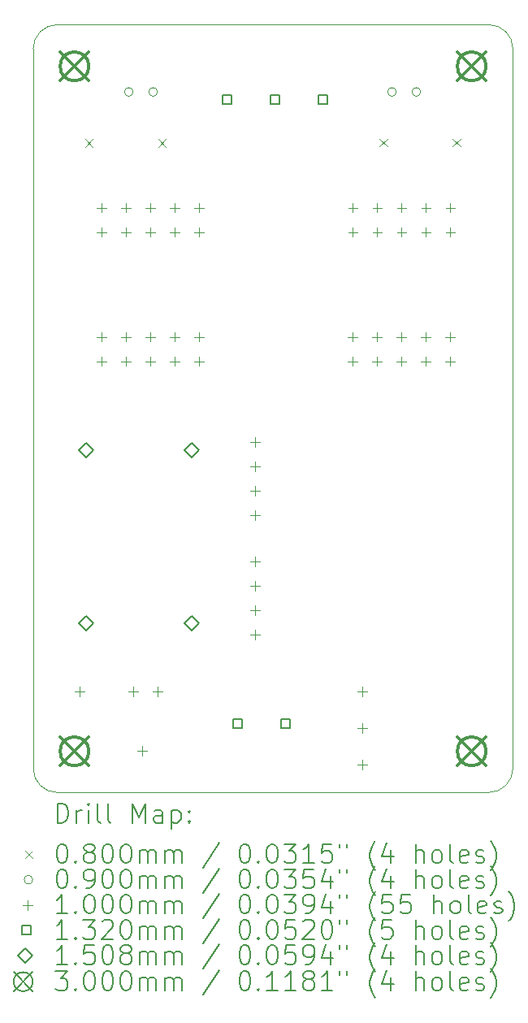
<source format=gbr>
%TF.GenerationSoftware,KiCad,Pcbnew,(6.0.8-1)-1*%
%TF.CreationDate,2023-01-21T16:38:30+01:00*%
%TF.ProjectId,hog-f1-stupdown-psu,686f672d-6631-42d7-9374-7570646f776e,rev?*%
%TF.SameCoordinates,Original*%
%TF.FileFunction,Drillmap*%
%TF.FilePolarity,Positive*%
%FSLAX45Y45*%
G04 Gerber Fmt 4.5, Leading zero omitted, Abs format (unit mm)*
G04 Created by KiCad (PCBNEW (6.0.8-1)-1) date 2023-01-21 16:38:30*
%MOMM*%
%LPD*%
G01*
G04 APERTURE LIST*
%ADD10C,0.100000*%
%ADD11C,0.200000*%
%ADD12C,0.080000*%
%ADD13C,0.090000*%
%ADD14C,0.132000*%
%ADD15C,0.150800*%
%ADD16C,0.300000*%
G04 APERTURE END LIST*
D10*
X12500000Y-14250000D02*
X17000000Y-14250000D01*
X12250000Y-6500000D02*
X12250000Y-14000000D01*
X12250000Y-14000000D02*
G75*
G03*
X12500000Y-14250000I250000J0D01*
G01*
X17000000Y-14250000D02*
G75*
G03*
X17250000Y-14000000I0J250000D01*
G01*
X17250000Y-6500000D02*
G75*
G03*
X17000000Y-6250000I-250000J0D01*
G01*
X12500000Y-6250000D02*
X17000000Y-6250000D01*
X17250000Y-14000000D02*
X17250000Y-6500000D01*
X12500000Y-6250000D02*
G75*
G03*
X12250000Y-6500000I0J-250000D01*
G01*
D11*
D12*
X12792400Y-7443800D02*
X12872400Y-7523800D01*
X12872400Y-7443800D02*
X12792400Y-7523800D01*
X13554400Y-7443800D02*
X13634400Y-7523800D01*
X13634400Y-7443800D02*
X13554400Y-7523800D01*
X15860400Y-7440300D02*
X15940400Y-7520300D01*
X15940400Y-7440300D02*
X15860400Y-7520300D01*
X16622400Y-7440300D02*
X16702400Y-7520300D01*
X16702400Y-7440300D02*
X16622400Y-7520300D01*
D13*
X13291100Y-6950400D02*
G75*
G03*
X13291100Y-6950400I-45000J0D01*
G01*
X13545100Y-6950400D02*
G75*
G03*
X13545100Y-6950400I-45000J0D01*
G01*
X16033800Y-6950400D02*
G75*
G03*
X16033800Y-6950400I-45000J0D01*
G01*
X16287800Y-6950400D02*
G75*
G03*
X16287800Y-6950400I-45000J0D01*
G01*
D10*
X12730800Y-13148800D02*
X12730800Y-13248800D01*
X12680800Y-13198800D02*
X12780800Y-13198800D01*
X12959400Y-8106459D02*
X12959400Y-8206459D01*
X12909400Y-8156459D02*
X13009400Y-8156459D01*
X12959400Y-8360459D02*
X12959400Y-8460459D01*
X12909400Y-8410459D02*
X13009400Y-8410459D01*
X12959400Y-9452659D02*
X12959400Y-9552659D01*
X12909400Y-9502659D02*
X13009400Y-9502659D01*
X12959400Y-9706659D02*
X12959400Y-9806659D01*
X12909400Y-9756659D02*
X13009400Y-9756659D01*
X13213400Y-8106459D02*
X13213400Y-8206459D01*
X13163400Y-8156459D02*
X13263400Y-8156459D01*
X13213400Y-8360459D02*
X13213400Y-8460459D01*
X13163400Y-8410459D02*
X13263400Y-8410459D01*
X13213400Y-9452659D02*
X13213400Y-9552659D01*
X13163400Y-9502659D02*
X13263400Y-9502659D01*
X13213400Y-9706659D02*
X13213400Y-9806659D01*
X13163400Y-9756659D02*
X13263400Y-9756659D01*
X13289600Y-13148800D02*
X13289600Y-13248800D01*
X13239600Y-13198800D02*
X13339600Y-13198800D01*
X13385800Y-13767600D02*
X13385800Y-13867600D01*
X13335800Y-13817600D02*
X13435800Y-13817600D01*
X13467400Y-8106459D02*
X13467400Y-8206459D01*
X13417400Y-8156459D02*
X13517400Y-8156459D01*
X13467400Y-8360459D02*
X13467400Y-8460459D01*
X13417400Y-8410459D02*
X13517400Y-8410459D01*
X13467400Y-9452659D02*
X13467400Y-9552659D01*
X13417400Y-9502659D02*
X13517400Y-9502659D01*
X13467400Y-9706659D02*
X13467400Y-9806659D01*
X13417400Y-9756659D02*
X13517400Y-9756659D01*
X13543600Y-13148800D02*
X13543600Y-13248800D01*
X13493600Y-13198800D02*
X13593600Y-13198800D01*
X13721400Y-8106459D02*
X13721400Y-8206459D01*
X13671400Y-8156459D02*
X13771400Y-8156459D01*
X13721400Y-8360459D02*
X13721400Y-8460459D01*
X13671400Y-8410459D02*
X13771400Y-8410459D01*
X13721400Y-9452659D02*
X13721400Y-9552659D01*
X13671400Y-9502659D02*
X13771400Y-9502659D01*
X13721400Y-9706659D02*
X13721400Y-9806659D01*
X13671400Y-9756659D02*
X13771400Y-9756659D01*
X13975400Y-8106459D02*
X13975400Y-8206459D01*
X13925400Y-8156459D02*
X14025400Y-8156459D01*
X13975400Y-8360459D02*
X13975400Y-8460459D01*
X13925400Y-8410459D02*
X14025400Y-8410459D01*
X13975400Y-9452659D02*
X13975400Y-9552659D01*
X13925400Y-9502659D02*
X14025400Y-9502659D01*
X13975400Y-9706659D02*
X13975400Y-9806659D01*
X13925400Y-9756659D02*
X14025400Y-9756659D01*
X14559600Y-10545809D02*
X14559600Y-10645809D01*
X14509600Y-10595809D02*
X14609600Y-10595809D01*
X14559600Y-10799809D02*
X14559600Y-10899809D01*
X14509600Y-10849809D02*
X14609600Y-10849809D01*
X14559600Y-11053809D02*
X14559600Y-11153809D01*
X14509600Y-11103809D02*
X14609600Y-11103809D01*
X14559600Y-11307809D02*
X14559600Y-11407809D01*
X14509600Y-11357809D02*
X14609600Y-11357809D01*
X14559600Y-11790409D02*
X14559600Y-11890409D01*
X14509600Y-11840409D02*
X14609600Y-11840409D01*
X14559600Y-12044409D02*
X14559600Y-12144409D01*
X14509600Y-12094409D02*
X14609600Y-12094409D01*
X14559600Y-12298409D02*
X14559600Y-12398409D01*
X14509600Y-12348409D02*
X14609600Y-12348409D01*
X14559600Y-12552409D02*
X14559600Y-12652409D01*
X14509600Y-12602409D02*
X14609600Y-12602409D01*
X15575600Y-9452659D02*
X15575600Y-9552659D01*
X15525600Y-9502659D02*
X15625600Y-9502659D01*
X15575600Y-9706659D02*
X15575600Y-9806659D01*
X15525600Y-9756659D02*
X15625600Y-9756659D01*
X15582022Y-8106459D02*
X15582022Y-8206459D01*
X15532022Y-8156459D02*
X15632022Y-8156459D01*
X15582022Y-8360459D02*
X15582022Y-8460459D01*
X15532022Y-8410459D02*
X15632022Y-8410459D01*
X15677200Y-13148800D02*
X15677200Y-13248800D01*
X15627200Y-13198800D02*
X15727200Y-13198800D01*
X15677200Y-13529800D02*
X15677200Y-13629800D01*
X15627200Y-13579800D02*
X15727200Y-13579800D01*
X15677200Y-13910800D02*
X15677200Y-14010800D01*
X15627200Y-13960800D02*
X15727200Y-13960800D01*
X15829600Y-9452659D02*
X15829600Y-9552659D01*
X15779600Y-9502659D02*
X15879600Y-9502659D01*
X15829600Y-9706659D02*
X15829600Y-9806659D01*
X15779600Y-9756659D02*
X15879600Y-9756659D01*
X15836022Y-8106459D02*
X15836022Y-8206459D01*
X15786022Y-8156459D02*
X15886022Y-8156459D01*
X15836022Y-8360459D02*
X15836022Y-8460459D01*
X15786022Y-8410459D02*
X15886022Y-8410459D01*
X16083600Y-9452659D02*
X16083600Y-9552659D01*
X16033600Y-9502659D02*
X16133600Y-9502659D01*
X16083600Y-9706659D02*
X16083600Y-9806659D01*
X16033600Y-9756659D02*
X16133600Y-9756659D01*
X16090022Y-8106459D02*
X16090022Y-8206459D01*
X16040022Y-8156459D02*
X16140022Y-8156459D01*
X16090022Y-8360459D02*
X16090022Y-8460459D01*
X16040022Y-8410459D02*
X16140022Y-8410459D01*
X16337600Y-9452659D02*
X16337600Y-9552659D01*
X16287600Y-9502659D02*
X16387600Y-9502659D01*
X16337600Y-9706659D02*
X16337600Y-9806659D01*
X16287600Y-9756659D02*
X16387600Y-9756659D01*
X16344022Y-8106459D02*
X16344022Y-8206459D01*
X16294022Y-8156459D02*
X16394022Y-8156459D01*
X16344022Y-8360459D02*
X16344022Y-8460459D01*
X16294022Y-8410459D02*
X16394022Y-8410459D01*
X16591600Y-9452659D02*
X16591600Y-9552659D01*
X16541600Y-9502659D02*
X16641600Y-9502659D01*
X16591600Y-9706659D02*
X16591600Y-9806659D01*
X16541600Y-9756659D02*
X16641600Y-9756659D01*
X16598022Y-8106459D02*
X16598022Y-8206459D01*
X16548022Y-8156459D02*
X16648022Y-8156459D01*
X16598022Y-8360459D02*
X16598022Y-8460459D01*
X16548022Y-8410459D02*
X16648022Y-8410459D01*
D14*
X14317469Y-7073269D02*
X14317469Y-6979930D01*
X14224130Y-6979930D01*
X14224130Y-7073269D01*
X14317469Y-7073269D01*
X14428469Y-13575669D02*
X14428469Y-13482330D01*
X14335130Y-13482330D01*
X14335130Y-13575669D01*
X14428469Y-13575669D01*
X14817469Y-7073269D02*
X14817469Y-6979930D01*
X14724130Y-6979930D01*
X14724130Y-7073269D01*
X14817469Y-7073269D01*
X14928469Y-13575669D02*
X14928469Y-13482330D01*
X14835130Y-13482330D01*
X14835130Y-13575669D01*
X14928469Y-13575669D01*
X15317469Y-7073269D02*
X15317469Y-6979930D01*
X15224130Y-6979930D01*
X15224130Y-7073269D01*
X15317469Y-7073269D01*
D15*
X12804480Y-10761809D02*
X12879880Y-10686409D01*
X12804480Y-10611009D01*
X12729080Y-10686409D01*
X12804480Y-10761809D01*
X12804480Y-12561809D02*
X12879880Y-12486409D01*
X12804480Y-12411009D01*
X12729080Y-12486409D01*
X12804480Y-12561809D01*
X13901760Y-10761809D02*
X13977160Y-10686409D01*
X13901760Y-10611009D01*
X13826360Y-10686409D01*
X13901760Y-10761809D01*
X13901760Y-12561809D02*
X13977160Y-12486409D01*
X13901760Y-12411009D01*
X13826360Y-12486409D01*
X13901760Y-12561809D01*
D16*
X12530000Y-6533700D02*
X12830000Y-6833700D01*
X12830000Y-6533700D02*
X12530000Y-6833700D01*
X12830000Y-6683700D02*
G75*
G03*
X12830000Y-6683700I-150000J0D01*
G01*
X12530000Y-13671100D02*
X12830000Y-13971100D01*
X12830000Y-13671100D02*
X12530000Y-13971100D01*
X12830000Y-13821100D02*
G75*
G03*
X12830000Y-13821100I-150000J0D01*
G01*
X16670200Y-6533700D02*
X16970200Y-6833700D01*
X16970200Y-6533700D02*
X16670200Y-6833700D01*
X16970200Y-6683700D02*
G75*
G03*
X16970200Y-6683700I-150000J0D01*
G01*
X16670200Y-13671100D02*
X16970200Y-13971100D01*
X16970200Y-13671100D02*
X16670200Y-13971100D01*
X16970200Y-13821100D02*
G75*
G03*
X16970200Y-13821100I-150000J0D01*
G01*
D11*
X12502619Y-14565476D02*
X12502619Y-14365476D01*
X12550238Y-14365476D01*
X12578809Y-14375000D01*
X12597857Y-14394048D01*
X12607381Y-14413095D01*
X12616905Y-14451190D01*
X12616905Y-14479762D01*
X12607381Y-14517857D01*
X12597857Y-14536905D01*
X12578809Y-14555952D01*
X12550238Y-14565476D01*
X12502619Y-14565476D01*
X12702619Y-14565476D02*
X12702619Y-14432143D01*
X12702619Y-14470238D02*
X12712143Y-14451190D01*
X12721667Y-14441667D01*
X12740714Y-14432143D01*
X12759762Y-14432143D01*
X12826428Y-14565476D02*
X12826428Y-14432143D01*
X12826428Y-14365476D02*
X12816905Y-14375000D01*
X12826428Y-14384524D01*
X12835952Y-14375000D01*
X12826428Y-14365476D01*
X12826428Y-14384524D01*
X12950238Y-14565476D02*
X12931190Y-14555952D01*
X12921667Y-14536905D01*
X12921667Y-14365476D01*
X13055000Y-14565476D02*
X13035952Y-14555952D01*
X13026428Y-14536905D01*
X13026428Y-14365476D01*
X13283571Y-14565476D02*
X13283571Y-14365476D01*
X13350238Y-14508333D01*
X13416905Y-14365476D01*
X13416905Y-14565476D01*
X13597857Y-14565476D02*
X13597857Y-14460714D01*
X13588333Y-14441667D01*
X13569286Y-14432143D01*
X13531190Y-14432143D01*
X13512143Y-14441667D01*
X13597857Y-14555952D02*
X13578809Y-14565476D01*
X13531190Y-14565476D01*
X13512143Y-14555952D01*
X13502619Y-14536905D01*
X13502619Y-14517857D01*
X13512143Y-14498809D01*
X13531190Y-14489286D01*
X13578809Y-14489286D01*
X13597857Y-14479762D01*
X13693095Y-14432143D02*
X13693095Y-14632143D01*
X13693095Y-14441667D02*
X13712143Y-14432143D01*
X13750238Y-14432143D01*
X13769286Y-14441667D01*
X13778809Y-14451190D01*
X13788333Y-14470238D01*
X13788333Y-14527381D01*
X13778809Y-14546428D01*
X13769286Y-14555952D01*
X13750238Y-14565476D01*
X13712143Y-14565476D01*
X13693095Y-14555952D01*
X13874048Y-14546428D02*
X13883571Y-14555952D01*
X13874048Y-14565476D01*
X13864524Y-14555952D01*
X13874048Y-14546428D01*
X13874048Y-14565476D01*
X13874048Y-14441667D02*
X13883571Y-14451190D01*
X13874048Y-14460714D01*
X13864524Y-14451190D01*
X13874048Y-14441667D01*
X13874048Y-14460714D01*
D12*
X12165000Y-14855000D02*
X12245000Y-14935000D01*
X12245000Y-14855000D02*
X12165000Y-14935000D01*
D11*
X12540714Y-14785476D02*
X12559762Y-14785476D01*
X12578809Y-14795000D01*
X12588333Y-14804524D01*
X12597857Y-14823571D01*
X12607381Y-14861667D01*
X12607381Y-14909286D01*
X12597857Y-14947381D01*
X12588333Y-14966428D01*
X12578809Y-14975952D01*
X12559762Y-14985476D01*
X12540714Y-14985476D01*
X12521667Y-14975952D01*
X12512143Y-14966428D01*
X12502619Y-14947381D01*
X12493095Y-14909286D01*
X12493095Y-14861667D01*
X12502619Y-14823571D01*
X12512143Y-14804524D01*
X12521667Y-14795000D01*
X12540714Y-14785476D01*
X12693095Y-14966428D02*
X12702619Y-14975952D01*
X12693095Y-14985476D01*
X12683571Y-14975952D01*
X12693095Y-14966428D01*
X12693095Y-14985476D01*
X12816905Y-14871190D02*
X12797857Y-14861667D01*
X12788333Y-14852143D01*
X12778809Y-14833095D01*
X12778809Y-14823571D01*
X12788333Y-14804524D01*
X12797857Y-14795000D01*
X12816905Y-14785476D01*
X12855000Y-14785476D01*
X12874048Y-14795000D01*
X12883571Y-14804524D01*
X12893095Y-14823571D01*
X12893095Y-14833095D01*
X12883571Y-14852143D01*
X12874048Y-14861667D01*
X12855000Y-14871190D01*
X12816905Y-14871190D01*
X12797857Y-14880714D01*
X12788333Y-14890238D01*
X12778809Y-14909286D01*
X12778809Y-14947381D01*
X12788333Y-14966428D01*
X12797857Y-14975952D01*
X12816905Y-14985476D01*
X12855000Y-14985476D01*
X12874048Y-14975952D01*
X12883571Y-14966428D01*
X12893095Y-14947381D01*
X12893095Y-14909286D01*
X12883571Y-14890238D01*
X12874048Y-14880714D01*
X12855000Y-14871190D01*
X13016905Y-14785476D02*
X13035952Y-14785476D01*
X13055000Y-14795000D01*
X13064524Y-14804524D01*
X13074048Y-14823571D01*
X13083571Y-14861667D01*
X13083571Y-14909286D01*
X13074048Y-14947381D01*
X13064524Y-14966428D01*
X13055000Y-14975952D01*
X13035952Y-14985476D01*
X13016905Y-14985476D01*
X12997857Y-14975952D01*
X12988333Y-14966428D01*
X12978809Y-14947381D01*
X12969286Y-14909286D01*
X12969286Y-14861667D01*
X12978809Y-14823571D01*
X12988333Y-14804524D01*
X12997857Y-14795000D01*
X13016905Y-14785476D01*
X13207381Y-14785476D02*
X13226428Y-14785476D01*
X13245476Y-14795000D01*
X13255000Y-14804524D01*
X13264524Y-14823571D01*
X13274048Y-14861667D01*
X13274048Y-14909286D01*
X13264524Y-14947381D01*
X13255000Y-14966428D01*
X13245476Y-14975952D01*
X13226428Y-14985476D01*
X13207381Y-14985476D01*
X13188333Y-14975952D01*
X13178809Y-14966428D01*
X13169286Y-14947381D01*
X13159762Y-14909286D01*
X13159762Y-14861667D01*
X13169286Y-14823571D01*
X13178809Y-14804524D01*
X13188333Y-14795000D01*
X13207381Y-14785476D01*
X13359762Y-14985476D02*
X13359762Y-14852143D01*
X13359762Y-14871190D02*
X13369286Y-14861667D01*
X13388333Y-14852143D01*
X13416905Y-14852143D01*
X13435952Y-14861667D01*
X13445476Y-14880714D01*
X13445476Y-14985476D01*
X13445476Y-14880714D02*
X13455000Y-14861667D01*
X13474048Y-14852143D01*
X13502619Y-14852143D01*
X13521667Y-14861667D01*
X13531190Y-14880714D01*
X13531190Y-14985476D01*
X13626428Y-14985476D02*
X13626428Y-14852143D01*
X13626428Y-14871190D02*
X13635952Y-14861667D01*
X13655000Y-14852143D01*
X13683571Y-14852143D01*
X13702619Y-14861667D01*
X13712143Y-14880714D01*
X13712143Y-14985476D01*
X13712143Y-14880714D02*
X13721667Y-14861667D01*
X13740714Y-14852143D01*
X13769286Y-14852143D01*
X13788333Y-14861667D01*
X13797857Y-14880714D01*
X13797857Y-14985476D01*
X14188333Y-14775952D02*
X14016905Y-15033095D01*
X14445476Y-14785476D02*
X14464524Y-14785476D01*
X14483571Y-14795000D01*
X14493095Y-14804524D01*
X14502619Y-14823571D01*
X14512143Y-14861667D01*
X14512143Y-14909286D01*
X14502619Y-14947381D01*
X14493095Y-14966428D01*
X14483571Y-14975952D01*
X14464524Y-14985476D01*
X14445476Y-14985476D01*
X14426428Y-14975952D01*
X14416905Y-14966428D01*
X14407381Y-14947381D01*
X14397857Y-14909286D01*
X14397857Y-14861667D01*
X14407381Y-14823571D01*
X14416905Y-14804524D01*
X14426428Y-14795000D01*
X14445476Y-14785476D01*
X14597857Y-14966428D02*
X14607381Y-14975952D01*
X14597857Y-14985476D01*
X14588333Y-14975952D01*
X14597857Y-14966428D01*
X14597857Y-14985476D01*
X14731190Y-14785476D02*
X14750238Y-14785476D01*
X14769286Y-14795000D01*
X14778809Y-14804524D01*
X14788333Y-14823571D01*
X14797857Y-14861667D01*
X14797857Y-14909286D01*
X14788333Y-14947381D01*
X14778809Y-14966428D01*
X14769286Y-14975952D01*
X14750238Y-14985476D01*
X14731190Y-14985476D01*
X14712143Y-14975952D01*
X14702619Y-14966428D01*
X14693095Y-14947381D01*
X14683571Y-14909286D01*
X14683571Y-14861667D01*
X14693095Y-14823571D01*
X14702619Y-14804524D01*
X14712143Y-14795000D01*
X14731190Y-14785476D01*
X14864524Y-14785476D02*
X14988333Y-14785476D01*
X14921667Y-14861667D01*
X14950238Y-14861667D01*
X14969286Y-14871190D01*
X14978809Y-14880714D01*
X14988333Y-14899762D01*
X14988333Y-14947381D01*
X14978809Y-14966428D01*
X14969286Y-14975952D01*
X14950238Y-14985476D01*
X14893095Y-14985476D01*
X14874048Y-14975952D01*
X14864524Y-14966428D01*
X15178809Y-14985476D02*
X15064524Y-14985476D01*
X15121667Y-14985476D02*
X15121667Y-14785476D01*
X15102619Y-14814048D01*
X15083571Y-14833095D01*
X15064524Y-14842619D01*
X15359762Y-14785476D02*
X15264524Y-14785476D01*
X15255000Y-14880714D01*
X15264524Y-14871190D01*
X15283571Y-14861667D01*
X15331190Y-14861667D01*
X15350238Y-14871190D01*
X15359762Y-14880714D01*
X15369286Y-14899762D01*
X15369286Y-14947381D01*
X15359762Y-14966428D01*
X15350238Y-14975952D01*
X15331190Y-14985476D01*
X15283571Y-14985476D01*
X15264524Y-14975952D01*
X15255000Y-14966428D01*
X15445476Y-14785476D02*
X15445476Y-14823571D01*
X15521667Y-14785476D02*
X15521667Y-14823571D01*
X15816905Y-15061667D02*
X15807381Y-15052143D01*
X15788333Y-15023571D01*
X15778809Y-15004524D01*
X15769286Y-14975952D01*
X15759762Y-14928333D01*
X15759762Y-14890238D01*
X15769286Y-14842619D01*
X15778809Y-14814048D01*
X15788333Y-14795000D01*
X15807381Y-14766428D01*
X15816905Y-14756905D01*
X15978809Y-14852143D02*
X15978809Y-14985476D01*
X15931190Y-14775952D02*
X15883571Y-14918809D01*
X16007381Y-14918809D01*
X16235952Y-14985476D02*
X16235952Y-14785476D01*
X16321667Y-14985476D02*
X16321667Y-14880714D01*
X16312143Y-14861667D01*
X16293095Y-14852143D01*
X16264524Y-14852143D01*
X16245476Y-14861667D01*
X16235952Y-14871190D01*
X16445476Y-14985476D02*
X16426428Y-14975952D01*
X16416905Y-14966428D01*
X16407381Y-14947381D01*
X16407381Y-14890238D01*
X16416905Y-14871190D01*
X16426428Y-14861667D01*
X16445476Y-14852143D01*
X16474048Y-14852143D01*
X16493095Y-14861667D01*
X16502619Y-14871190D01*
X16512143Y-14890238D01*
X16512143Y-14947381D01*
X16502619Y-14966428D01*
X16493095Y-14975952D01*
X16474048Y-14985476D01*
X16445476Y-14985476D01*
X16626428Y-14985476D02*
X16607381Y-14975952D01*
X16597857Y-14956905D01*
X16597857Y-14785476D01*
X16778810Y-14975952D02*
X16759762Y-14985476D01*
X16721667Y-14985476D01*
X16702619Y-14975952D01*
X16693095Y-14956905D01*
X16693095Y-14880714D01*
X16702619Y-14861667D01*
X16721667Y-14852143D01*
X16759762Y-14852143D01*
X16778810Y-14861667D01*
X16788333Y-14880714D01*
X16788333Y-14899762D01*
X16693095Y-14918809D01*
X16864524Y-14975952D02*
X16883571Y-14985476D01*
X16921667Y-14985476D01*
X16940714Y-14975952D01*
X16950238Y-14956905D01*
X16950238Y-14947381D01*
X16940714Y-14928333D01*
X16921667Y-14918809D01*
X16893095Y-14918809D01*
X16874048Y-14909286D01*
X16864524Y-14890238D01*
X16864524Y-14880714D01*
X16874048Y-14861667D01*
X16893095Y-14852143D01*
X16921667Y-14852143D01*
X16940714Y-14861667D01*
X17016905Y-15061667D02*
X17026429Y-15052143D01*
X17045476Y-15023571D01*
X17055000Y-15004524D01*
X17064524Y-14975952D01*
X17074048Y-14928333D01*
X17074048Y-14890238D01*
X17064524Y-14842619D01*
X17055000Y-14814048D01*
X17045476Y-14795000D01*
X17026429Y-14766428D01*
X17016905Y-14756905D01*
D13*
X12245000Y-15159000D02*
G75*
G03*
X12245000Y-15159000I-45000J0D01*
G01*
D11*
X12540714Y-15049476D02*
X12559762Y-15049476D01*
X12578809Y-15059000D01*
X12588333Y-15068524D01*
X12597857Y-15087571D01*
X12607381Y-15125667D01*
X12607381Y-15173286D01*
X12597857Y-15211381D01*
X12588333Y-15230428D01*
X12578809Y-15239952D01*
X12559762Y-15249476D01*
X12540714Y-15249476D01*
X12521667Y-15239952D01*
X12512143Y-15230428D01*
X12502619Y-15211381D01*
X12493095Y-15173286D01*
X12493095Y-15125667D01*
X12502619Y-15087571D01*
X12512143Y-15068524D01*
X12521667Y-15059000D01*
X12540714Y-15049476D01*
X12693095Y-15230428D02*
X12702619Y-15239952D01*
X12693095Y-15249476D01*
X12683571Y-15239952D01*
X12693095Y-15230428D01*
X12693095Y-15249476D01*
X12797857Y-15249476D02*
X12835952Y-15249476D01*
X12855000Y-15239952D01*
X12864524Y-15230428D01*
X12883571Y-15201857D01*
X12893095Y-15163762D01*
X12893095Y-15087571D01*
X12883571Y-15068524D01*
X12874048Y-15059000D01*
X12855000Y-15049476D01*
X12816905Y-15049476D01*
X12797857Y-15059000D01*
X12788333Y-15068524D01*
X12778809Y-15087571D01*
X12778809Y-15135190D01*
X12788333Y-15154238D01*
X12797857Y-15163762D01*
X12816905Y-15173286D01*
X12855000Y-15173286D01*
X12874048Y-15163762D01*
X12883571Y-15154238D01*
X12893095Y-15135190D01*
X13016905Y-15049476D02*
X13035952Y-15049476D01*
X13055000Y-15059000D01*
X13064524Y-15068524D01*
X13074048Y-15087571D01*
X13083571Y-15125667D01*
X13083571Y-15173286D01*
X13074048Y-15211381D01*
X13064524Y-15230428D01*
X13055000Y-15239952D01*
X13035952Y-15249476D01*
X13016905Y-15249476D01*
X12997857Y-15239952D01*
X12988333Y-15230428D01*
X12978809Y-15211381D01*
X12969286Y-15173286D01*
X12969286Y-15125667D01*
X12978809Y-15087571D01*
X12988333Y-15068524D01*
X12997857Y-15059000D01*
X13016905Y-15049476D01*
X13207381Y-15049476D02*
X13226428Y-15049476D01*
X13245476Y-15059000D01*
X13255000Y-15068524D01*
X13264524Y-15087571D01*
X13274048Y-15125667D01*
X13274048Y-15173286D01*
X13264524Y-15211381D01*
X13255000Y-15230428D01*
X13245476Y-15239952D01*
X13226428Y-15249476D01*
X13207381Y-15249476D01*
X13188333Y-15239952D01*
X13178809Y-15230428D01*
X13169286Y-15211381D01*
X13159762Y-15173286D01*
X13159762Y-15125667D01*
X13169286Y-15087571D01*
X13178809Y-15068524D01*
X13188333Y-15059000D01*
X13207381Y-15049476D01*
X13359762Y-15249476D02*
X13359762Y-15116143D01*
X13359762Y-15135190D02*
X13369286Y-15125667D01*
X13388333Y-15116143D01*
X13416905Y-15116143D01*
X13435952Y-15125667D01*
X13445476Y-15144714D01*
X13445476Y-15249476D01*
X13445476Y-15144714D02*
X13455000Y-15125667D01*
X13474048Y-15116143D01*
X13502619Y-15116143D01*
X13521667Y-15125667D01*
X13531190Y-15144714D01*
X13531190Y-15249476D01*
X13626428Y-15249476D02*
X13626428Y-15116143D01*
X13626428Y-15135190D02*
X13635952Y-15125667D01*
X13655000Y-15116143D01*
X13683571Y-15116143D01*
X13702619Y-15125667D01*
X13712143Y-15144714D01*
X13712143Y-15249476D01*
X13712143Y-15144714D02*
X13721667Y-15125667D01*
X13740714Y-15116143D01*
X13769286Y-15116143D01*
X13788333Y-15125667D01*
X13797857Y-15144714D01*
X13797857Y-15249476D01*
X14188333Y-15039952D02*
X14016905Y-15297095D01*
X14445476Y-15049476D02*
X14464524Y-15049476D01*
X14483571Y-15059000D01*
X14493095Y-15068524D01*
X14502619Y-15087571D01*
X14512143Y-15125667D01*
X14512143Y-15173286D01*
X14502619Y-15211381D01*
X14493095Y-15230428D01*
X14483571Y-15239952D01*
X14464524Y-15249476D01*
X14445476Y-15249476D01*
X14426428Y-15239952D01*
X14416905Y-15230428D01*
X14407381Y-15211381D01*
X14397857Y-15173286D01*
X14397857Y-15125667D01*
X14407381Y-15087571D01*
X14416905Y-15068524D01*
X14426428Y-15059000D01*
X14445476Y-15049476D01*
X14597857Y-15230428D02*
X14607381Y-15239952D01*
X14597857Y-15249476D01*
X14588333Y-15239952D01*
X14597857Y-15230428D01*
X14597857Y-15249476D01*
X14731190Y-15049476D02*
X14750238Y-15049476D01*
X14769286Y-15059000D01*
X14778809Y-15068524D01*
X14788333Y-15087571D01*
X14797857Y-15125667D01*
X14797857Y-15173286D01*
X14788333Y-15211381D01*
X14778809Y-15230428D01*
X14769286Y-15239952D01*
X14750238Y-15249476D01*
X14731190Y-15249476D01*
X14712143Y-15239952D01*
X14702619Y-15230428D01*
X14693095Y-15211381D01*
X14683571Y-15173286D01*
X14683571Y-15125667D01*
X14693095Y-15087571D01*
X14702619Y-15068524D01*
X14712143Y-15059000D01*
X14731190Y-15049476D01*
X14864524Y-15049476D02*
X14988333Y-15049476D01*
X14921667Y-15125667D01*
X14950238Y-15125667D01*
X14969286Y-15135190D01*
X14978809Y-15144714D01*
X14988333Y-15163762D01*
X14988333Y-15211381D01*
X14978809Y-15230428D01*
X14969286Y-15239952D01*
X14950238Y-15249476D01*
X14893095Y-15249476D01*
X14874048Y-15239952D01*
X14864524Y-15230428D01*
X15169286Y-15049476D02*
X15074048Y-15049476D01*
X15064524Y-15144714D01*
X15074048Y-15135190D01*
X15093095Y-15125667D01*
X15140714Y-15125667D01*
X15159762Y-15135190D01*
X15169286Y-15144714D01*
X15178809Y-15163762D01*
X15178809Y-15211381D01*
X15169286Y-15230428D01*
X15159762Y-15239952D01*
X15140714Y-15249476D01*
X15093095Y-15249476D01*
X15074048Y-15239952D01*
X15064524Y-15230428D01*
X15350238Y-15116143D02*
X15350238Y-15249476D01*
X15302619Y-15039952D02*
X15255000Y-15182809D01*
X15378809Y-15182809D01*
X15445476Y-15049476D02*
X15445476Y-15087571D01*
X15521667Y-15049476D02*
X15521667Y-15087571D01*
X15816905Y-15325667D02*
X15807381Y-15316143D01*
X15788333Y-15287571D01*
X15778809Y-15268524D01*
X15769286Y-15239952D01*
X15759762Y-15192333D01*
X15759762Y-15154238D01*
X15769286Y-15106619D01*
X15778809Y-15078048D01*
X15788333Y-15059000D01*
X15807381Y-15030428D01*
X15816905Y-15020905D01*
X15978809Y-15116143D02*
X15978809Y-15249476D01*
X15931190Y-15039952D02*
X15883571Y-15182809D01*
X16007381Y-15182809D01*
X16235952Y-15249476D02*
X16235952Y-15049476D01*
X16321667Y-15249476D02*
X16321667Y-15144714D01*
X16312143Y-15125667D01*
X16293095Y-15116143D01*
X16264524Y-15116143D01*
X16245476Y-15125667D01*
X16235952Y-15135190D01*
X16445476Y-15249476D02*
X16426428Y-15239952D01*
X16416905Y-15230428D01*
X16407381Y-15211381D01*
X16407381Y-15154238D01*
X16416905Y-15135190D01*
X16426428Y-15125667D01*
X16445476Y-15116143D01*
X16474048Y-15116143D01*
X16493095Y-15125667D01*
X16502619Y-15135190D01*
X16512143Y-15154238D01*
X16512143Y-15211381D01*
X16502619Y-15230428D01*
X16493095Y-15239952D01*
X16474048Y-15249476D01*
X16445476Y-15249476D01*
X16626428Y-15249476D02*
X16607381Y-15239952D01*
X16597857Y-15220905D01*
X16597857Y-15049476D01*
X16778810Y-15239952D02*
X16759762Y-15249476D01*
X16721667Y-15249476D01*
X16702619Y-15239952D01*
X16693095Y-15220905D01*
X16693095Y-15144714D01*
X16702619Y-15125667D01*
X16721667Y-15116143D01*
X16759762Y-15116143D01*
X16778810Y-15125667D01*
X16788333Y-15144714D01*
X16788333Y-15163762D01*
X16693095Y-15182809D01*
X16864524Y-15239952D02*
X16883571Y-15249476D01*
X16921667Y-15249476D01*
X16940714Y-15239952D01*
X16950238Y-15220905D01*
X16950238Y-15211381D01*
X16940714Y-15192333D01*
X16921667Y-15182809D01*
X16893095Y-15182809D01*
X16874048Y-15173286D01*
X16864524Y-15154238D01*
X16864524Y-15144714D01*
X16874048Y-15125667D01*
X16893095Y-15116143D01*
X16921667Y-15116143D01*
X16940714Y-15125667D01*
X17016905Y-15325667D02*
X17026429Y-15316143D01*
X17045476Y-15287571D01*
X17055000Y-15268524D01*
X17064524Y-15239952D01*
X17074048Y-15192333D01*
X17074048Y-15154238D01*
X17064524Y-15106619D01*
X17055000Y-15078048D01*
X17045476Y-15059000D01*
X17026429Y-15030428D01*
X17016905Y-15020905D01*
D10*
X12195000Y-15373000D02*
X12195000Y-15473000D01*
X12145000Y-15423000D02*
X12245000Y-15423000D01*
D11*
X12607381Y-15513476D02*
X12493095Y-15513476D01*
X12550238Y-15513476D02*
X12550238Y-15313476D01*
X12531190Y-15342048D01*
X12512143Y-15361095D01*
X12493095Y-15370619D01*
X12693095Y-15494428D02*
X12702619Y-15503952D01*
X12693095Y-15513476D01*
X12683571Y-15503952D01*
X12693095Y-15494428D01*
X12693095Y-15513476D01*
X12826428Y-15313476D02*
X12845476Y-15313476D01*
X12864524Y-15323000D01*
X12874048Y-15332524D01*
X12883571Y-15351571D01*
X12893095Y-15389667D01*
X12893095Y-15437286D01*
X12883571Y-15475381D01*
X12874048Y-15494428D01*
X12864524Y-15503952D01*
X12845476Y-15513476D01*
X12826428Y-15513476D01*
X12807381Y-15503952D01*
X12797857Y-15494428D01*
X12788333Y-15475381D01*
X12778809Y-15437286D01*
X12778809Y-15389667D01*
X12788333Y-15351571D01*
X12797857Y-15332524D01*
X12807381Y-15323000D01*
X12826428Y-15313476D01*
X13016905Y-15313476D02*
X13035952Y-15313476D01*
X13055000Y-15323000D01*
X13064524Y-15332524D01*
X13074048Y-15351571D01*
X13083571Y-15389667D01*
X13083571Y-15437286D01*
X13074048Y-15475381D01*
X13064524Y-15494428D01*
X13055000Y-15503952D01*
X13035952Y-15513476D01*
X13016905Y-15513476D01*
X12997857Y-15503952D01*
X12988333Y-15494428D01*
X12978809Y-15475381D01*
X12969286Y-15437286D01*
X12969286Y-15389667D01*
X12978809Y-15351571D01*
X12988333Y-15332524D01*
X12997857Y-15323000D01*
X13016905Y-15313476D01*
X13207381Y-15313476D02*
X13226428Y-15313476D01*
X13245476Y-15323000D01*
X13255000Y-15332524D01*
X13264524Y-15351571D01*
X13274048Y-15389667D01*
X13274048Y-15437286D01*
X13264524Y-15475381D01*
X13255000Y-15494428D01*
X13245476Y-15503952D01*
X13226428Y-15513476D01*
X13207381Y-15513476D01*
X13188333Y-15503952D01*
X13178809Y-15494428D01*
X13169286Y-15475381D01*
X13159762Y-15437286D01*
X13159762Y-15389667D01*
X13169286Y-15351571D01*
X13178809Y-15332524D01*
X13188333Y-15323000D01*
X13207381Y-15313476D01*
X13359762Y-15513476D02*
X13359762Y-15380143D01*
X13359762Y-15399190D02*
X13369286Y-15389667D01*
X13388333Y-15380143D01*
X13416905Y-15380143D01*
X13435952Y-15389667D01*
X13445476Y-15408714D01*
X13445476Y-15513476D01*
X13445476Y-15408714D02*
X13455000Y-15389667D01*
X13474048Y-15380143D01*
X13502619Y-15380143D01*
X13521667Y-15389667D01*
X13531190Y-15408714D01*
X13531190Y-15513476D01*
X13626428Y-15513476D02*
X13626428Y-15380143D01*
X13626428Y-15399190D02*
X13635952Y-15389667D01*
X13655000Y-15380143D01*
X13683571Y-15380143D01*
X13702619Y-15389667D01*
X13712143Y-15408714D01*
X13712143Y-15513476D01*
X13712143Y-15408714D02*
X13721667Y-15389667D01*
X13740714Y-15380143D01*
X13769286Y-15380143D01*
X13788333Y-15389667D01*
X13797857Y-15408714D01*
X13797857Y-15513476D01*
X14188333Y-15303952D02*
X14016905Y-15561095D01*
X14445476Y-15313476D02*
X14464524Y-15313476D01*
X14483571Y-15323000D01*
X14493095Y-15332524D01*
X14502619Y-15351571D01*
X14512143Y-15389667D01*
X14512143Y-15437286D01*
X14502619Y-15475381D01*
X14493095Y-15494428D01*
X14483571Y-15503952D01*
X14464524Y-15513476D01*
X14445476Y-15513476D01*
X14426428Y-15503952D01*
X14416905Y-15494428D01*
X14407381Y-15475381D01*
X14397857Y-15437286D01*
X14397857Y-15389667D01*
X14407381Y-15351571D01*
X14416905Y-15332524D01*
X14426428Y-15323000D01*
X14445476Y-15313476D01*
X14597857Y-15494428D02*
X14607381Y-15503952D01*
X14597857Y-15513476D01*
X14588333Y-15503952D01*
X14597857Y-15494428D01*
X14597857Y-15513476D01*
X14731190Y-15313476D02*
X14750238Y-15313476D01*
X14769286Y-15323000D01*
X14778809Y-15332524D01*
X14788333Y-15351571D01*
X14797857Y-15389667D01*
X14797857Y-15437286D01*
X14788333Y-15475381D01*
X14778809Y-15494428D01*
X14769286Y-15503952D01*
X14750238Y-15513476D01*
X14731190Y-15513476D01*
X14712143Y-15503952D01*
X14702619Y-15494428D01*
X14693095Y-15475381D01*
X14683571Y-15437286D01*
X14683571Y-15389667D01*
X14693095Y-15351571D01*
X14702619Y-15332524D01*
X14712143Y-15323000D01*
X14731190Y-15313476D01*
X14864524Y-15313476D02*
X14988333Y-15313476D01*
X14921667Y-15389667D01*
X14950238Y-15389667D01*
X14969286Y-15399190D01*
X14978809Y-15408714D01*
X14988333Y-15427762D01*
X14988333Y-15475381D01*
X14978809Y-15494428D01*
X14969286Y-15503952D01*
X14950238Y-15513476D01*
X14893095Y-15513476D01*
X14874048Y-15503952D01*
X14864524Y-15494428D01*
X15083571Y-15513476D02*
X15121667Y-15513476D01*
X15140714Y-15503952D01*
X15150238Y-15494428D01*
X15169286Y-15465857D01*
X15178809Y-15427762D01*
X15178809Y-15351571D01*
X15169286Y-15332524D01*
X15159762Y-15323000D01*
X15140714Y-15313476D01*
X15102619Y-15313476D01*
X15083571Y-15323000D01*
X15074048Y-15332524D01*
X15064524Y-15351571D01*
X15064524Y-15399190D01*
X15074048Y-15418238D01*
X15083571Y-15427762D01*
X15102619Y-15437286D01*
X15140714Y-15437286D01*
X15159762Y-15427762D01*
X15169286Y-15418238D01*
X15178809Y-15399190D01*
X15350238Y-15380143D02*
X15350238Y-15513476D01*
X15302619Y-15303952D02*
X15255000Y-15446809D01*
X15378809Y-15446809D01*
X15445476Y-15313476D02*
X15445476Y-15351571D01*
X15521667Y-15313476D02*
X15521667Y-15351571D01*
X15816905Y-15589667D02*
X15807381Y-15580143D01*
X15788333Y-15551571D01*
X15778809Y-15532524D01*
X15769286Y-15503952D01*
X15759762Y-15456333D01*
X15759762Y-15418238D01*
X15769286Y-15370619D01*
X15778809Y-15342048D01*
X15788333Y-15323000D01*
X15807381Y-15294428D01*
X15816905Y-15284905D01*
X15988333Y-15313476D02*
X15893095Y-15313476D01*
X15883571Y-15408714D01*
X15893095Y-15399190D01*
X15912143Y-15389667D01*
X15959762Y-15389667D01*
X15978809Y-15399190D01*
X15988333Y-15408714D01*
X15997857Y-15427762D01*
X15997857Y-15475381D01*
X15988333Y-15494428D01*
X15978809Y-15503952D01*
X15959762Y-15513476D01*
X15912143Y-15513476D01*
X15893095Y-15503952D01*
X15883571Y-15494428D01*
X16178809Y-15313476D02*
X16083571Y-15313476D01*
X16074048Y-15408714D01*
X16083571Y-15399190D01*
X16102619Y-15389667D01*
X16150238Y-15389667D01*
X16169286Y-15399190D01*
X16178809Y-15408714D01*
X16188333Y-15427762D01*
X16188333Y-15475381D01*
X16178809Y-15494428D01*
X16169286Y-15503952D01*
X16150238Y-15513476D01*
X16102619Y-15513476D01*
X16083571Y-15503952D01*
X16074048Y-15494428D01*
X16426428Y-15513476D02*
X16426428Y-15313476D01*
X16512143Y-15513476D02*
X16512143Y-15408714D01*
X16502619Y-15389667D01*
X16483571Y-15380143D01*
X16455000Y-15380143D01*
X16435952Y-15389667D01*
X16426428Y-15399190D01*
X16635952Y-15513476D02*
X16616905Y-15503952D01*
X16607381Y-15494428D01*
X16597857Y-15475381D01*
X16597857Y-15418238D01*
X16607381Y-15399190D01*
X16616905Y-15389667D01*
X16635952Y-15380143D01*
X16664524Y-15380143D01*
X16683571Y-15389667D01*
X16693095Y-15399190D01*
X16702619Y-15418238D01*
X16702619Y-15475381D01*
X16693095Y-15494428D01*
X16683571Y-15503952D01*
X16664524Y-15513476D01*
X16635952Y-15513476D01*
X16816905Y-15513476D02*
X16797857Y-15503952D01*
X16788333Y-15484905D01*
X16788333Y-15313476D01*
X16969286Y-15503952D02*
X16950238Y-15513476D01*
X16912143Y-15513476D01*
X16893095Y-15503952D01*
X16883571Y-15484905D01*
X16883571Y-15408714D01*
X16893095Y-15389667D01*
X16912143Y-15380143D01*
X16950238Y-15380143D01*
X16969286Y-15389667D01*
X16978810Y-15408714D01*
X16978810Y-15427762D01*
X16883571Y-15446809D01*
X17055000Y-15503952D02*
X17074048Y-15513476D01*
X17112143Y-15513476D01*
X17131190Y-15503952D01*
X17140714Y-15484905D01*
X17140714Y-15475381D01*
X17131190Y-15456333D01*
X17112143Y-15446809D01*
X17083571Y-15446809D01*
X17064524Y-15437286D01*
X17055000Y-15418238D01*
X17055000Y-15408714D01*
X17064524Y-15389667D01*
X17083571Y-15380143D01*
X17112143Y-15380143D01*
X17131190Y-15389667D01*
X17207381Y-15589667D02*
X17216905Y-15580143D01*
X17235952Y-15551571D01*
X17245476Y-15532524D01*
X17255000Y-15503952D01*
X17264524Y-15456333D01*
X17264524Y-15418238D01*
X17255000Y-15370619D01*
X17245476Y-15342048D01*
X17235952Y-15323000D01*
X17216905Y-15294428D01*
X17207381Y-15284905D01*
D14*
X12225669Y-15733669D02*
X12225669Y-15640330D01*
X12132330Y-15640330D01*
X12132330Y-15733669D01*
X12225669Y-15733669D01*
D11*
X12607381Y-15777476D02*
X12493095Y-15777476D01*
X12550238Y-15777476D02*
X12550238Y-15577476D01*
X12531190Y-15606048D01*
X12512143Y-15625095D01*
X12493095Y-15634619D01*
X12693095Y-15758428D02*
X12702619Y-15767952D01*
X12693095Y-15777476D01*
X12683571Y-15767952D01*
X12693095Y-15758428D01*
X12693095Y-15777476D01*
X12769286Y-15577476D02*
X12893095Y-15577476D01*
X12826428Y-15653667D01*
X12855000Y-15653667D01*
X12874048Y-15663190D01*
X12883571Y-15672714D01*
X12893095Y-15691762D01*
X12893095Y-15739381D01*
X12883571Y-15758428D01*
X12874048Y-15767952D01*
X12855000Y-15777476D01*
X12797857Y-15777476D01*
X12778809Y-15767952D01*
X12769286Y-15758428D01*
X12969286Y-15596524D02*
X12978809Y-15587000D01*
X12997857Y-15577476D01*
X13045476Y-15577476D01*
X13064524Y-15587000D01*
X13074048Y-15596524D01*
X13083571Y-15615571D01*
X13083571Y-15634619D01*
X13074048Y-15663190D01*
X12959762Y-15777476D01*
X13083571Y-15777476D01*
X13207381Y-15577476D02*
X13226428Y-15577476D01*
X13245476Y-15587000D01*
X13255000Y-15596524D01*
X13264524Y-15615571D01*
X13274048Y-15653667D01*
X13274048Y-15701286D01*
X13264524Y-15739381D01*
X13255000Y-15758428D01*
X13245476Y-15767952D01*
X13226428Y-15777476D01*
X13207381Y-15777476D01*
X13188333Y-15767952D01*
X13178809Y-15758428D01*
X13169286Y-15739381D01*
X13159762Y-15701286D01*
X13159762Y-15653667D01*
X13169286Y-15615571D01*
X13178809Y-15596524D01*
X13188333Y-15587000D01*
X13207381Y-15577476D01*
X13359762Y-15777476D02*
X13359762Y-15644143D01*
X13359762Y-15663190D02*
X13369286Y-15653667D01*
X13388333Y-15644143D01*
X13416905Y-15644143D01*
X13435952Y-15653667D01*
X13445476Y-15672714D01*
X13445476Y-15777476D01*
X13445476Y-15672714D02*
X13455000Y-15653667D01*
X13474048Y-15644143D01*
X13502619Y-15644143D01*
X13521667Y-15653667D01*
X13531190Y-15672714D01*
X13531190Y-15777476D01*
X13626428Y-15777476D02*
X13626428Y-15644143D01*
X13626428Y-15663190D02*
X13635952Y-15653667D01*
X13655000Y-15644143D01*
X13683571Y-15644143D01*
X13702619Y-15653667D01*
X13712143Y-15672714D01*
X13712143Y-15777476D01*
X13712143Y-15672714D02*
X13721667Y-15653667D01*
X13740714Y-15644143D01*
X13769286Y-15644143D01*
X13788333Y-15653667D01*
X13797857Y-15672714D01*
X13797857Y-15777476D01*
X14188333Y-15567952D02*
X14016905Y-15825095D01*
X14445476Y-15577476D02*
X14464524Y-15577476D01*
X14483571Y-15587000D01*
X14493095Y-15596524D01*
X14502619Y-15615571D01*
X14512143Y-15653667D01*
X14512143Y-15701286D01*
X14502619Y-15739381D01*
X14493095Y-15758428D01*
X14483571Y-15767952D01*
X14464524Y-15777476D01*
X14445476Y-15777476D01*
X14426428Y-15767952D01*
X14416905Y-15758428D01*
X14407381Y-15739381D01*
X14397857Y-15701286D01*
X14397857Y-15653667D01*
X14407381Y-15615571D01*
X14416905Y-15596524D01*
X14426428Y-15587000D01*
X14445476Y-15577476D01*
X14597857Y-15758428D02*
X14607381Y-15767952D01*
X14597857Y-15777476D01*
X14588333Y-15767952D01*
X14597857Y-15758428D01*
X14597857Y-15777476D01*
X14731190Y-15577476D02*
X14750238Y-15577476D01*
X14769286Y-15587000D01*
X14778809Y-15596524D01*
X14788333Y-15615571D01*
X14797857Y-15653667D01*
X14797857Y-15701286D01*
X14788333Y-15739381D01*
X14778809Y-15758428D01*
X14769286Y-15767952D01*
X14750238Y-15777476D01*
X14731190Y-15777476D01*
X14712143Y-15767952D01*
X14702619Y-15758428D01*
X14693095Y-15739381D01*
X14683571Y-15701286D01*
X14683571Y-15653667D01*
X14693095Y-15615571D01*
X14702619Y-15596524D01*
X14712143Y-15587000D01*
X14731190Y-15577476D01*
X14978809Y-15577476D02*
X14883571Y-15577476D01*
X14874048Y-15672714D01*
X14883571Y-15663190D01*
X14902619Y-15653667D01*
X14950238Y-15653667D01*
X14969286Y-15663190D01*
X14978809Y-15672714D01*
X14988333Y-15691762D01*
X14988333Y-15739381D01*
X14978809Y-15758428D01*
X14969286Y-15767952D01*
X14950238Y-15777476D01*
X14902619Y-15777476D01*
X14883571Y-15767952D01*
X14874048Y-15758428D01*
X15064524Y-15596524D02*
X15074048Y-15587000D01*
X15093095Y-15577476D01*
X15140714Y-15577476D01*
X15159762Y-15587000D01*
X15169286Y-15596524D01*
X15178809Y-15615571D01*
X15178809Y-15634619D01*
X15169286Y-15663190D01*
X15055000Y-15777476D01*
X15178809Y-15777476D01*
X15302619Y-15577476D02*
X15321667Y-15577476D01*
X15340714Y-15587000D01*
X15350238Y-15596524D01*
X15359762Y-15615571D01*
X15369286Y-15653667D01*
X15369286Y-15701286D01*
X15359762Y-15739381D01*
X15350238Y-15758428D01*
X15340714Y-15767952D01*
X15321667Y-15777476D01*
X15302619Y-15777476D01*
X15283571Y-15767952D01*
X15274048Y-15758428D01*
X15264524Y-15739381D01*
X15255000Y-15701286D01*
X15255000Y-15653667D01*
X15264524Y-15615571D01*
X15274048Y-15596524D01*
X15283571Y-15587000D01*
X15302619Y-15577476D01*
X15445476Y-15577476D02*
X15445476Y-15615571D01*
X15521667Y-15577476D02*
X15521667Y-15615571D01*
X15816905Y-15853667D02*
X15807381Y-15844143D01*
X15788333Y-15815571D01*
X15778809Y-15796524D01*
X15769286Y-15767952D01*
X15759762Y-15720333D01*
X15759762Y-15682238D01*
X15769286Y-15634619D01*
X15778809Y-15606048D01*
X15788333Y-15587000D01*
X15807381Y-15558428D01*
X15816905Y-15548905D01*
X15988333Y-15577476D02*
X15893095Y-15577476D01*
X15883571Y-15672714D01*
X15893095Y-15663190D01*
X15912143Y-15653667D01*
X15959762Y-15653667D01*
X15978809Y-15663190D01*
X15988333Y-15672714D01*
X15997857Y-15691762D01*
X15997857Y-15739381D01*
X15988333Y-15758428D01*
X15978809Y-15767952D01*
X15959762Y-15777476D01*
X15912143Y-15777476D01*
X15893095Y-15767952D01*
X15883571Y-15758428D01*
X16235952Y-15777476D02*
X16235952Y-15577476D01*
X16321667Y-15777476D02*
X16321667Y-15672714D01*
X16312143Y-15653667D01*
X16293095Y-15644143D01*
X16264524Y-15644143D01*
X16245476Y-15653667D01*
X16235952Y-15663190D01*
X16445476Y-15777476D02*
X16426428Y-15767952D01*
X16416905Y-15758428D01*
X16407381Y-15739381D01*
X16407381Y-15682238D01*
X16416905Y-15663190D01*
X16426428Y-15653667D01*
X16445476Y-15644143D01*
X16474048Y-15644143D01*
X16493095Y-15653667D01*
X16502619Y-15663190D01*
X16512143Y-15682238D01*
X16512143Y-15739381D01*
X16502619Y-15758428D01*
X16493095Y-15767952D01*
X16474048Y-15777476D01*
X16445476Y-15777476D01*
X16626428Y-15777476D02*
X16607381Y-15767952D01*
X16597857Y-15748905D01*
X16597857Y-15577476D01*
X16778810Y-15767952D02*
X16759762Y-15777476D01*
X16721667Y-15777476D01*
X16702619Y-15767952D01*
X16693095Y-15748905D01*
X16693095Y-15672714D01*
X16702619Y-15653667D01*
X16721667Y-15644143D01*
X16759762Y-15644143D01*
X16778810Y-15653667D01*
X16788333Y-15672714D01*
X16788333Y-15691762D01*
X16693095Y-15710809D01*
X16864524Y-15767952D02*
X16883571Y-15777476D01*
X16921667Y-15777476D01*
X16940714Y-15767952D01*
X16950238Y-15748905D01*
X16950238Y-15739381D01*
X16940714Y-15720333D01*
X16921667Y-15710809D01*
X16893095Y-15710809D01*
X16874048Y-15701286D01*
X16864524Y-15682238D01*
X16864524Y-15672714D01*
X16874048Y-15653667D01*
X16893095Y-15644143D01*
X16921667Y-15644143D01*
X16940714Y-15653667D01*
X17016905Y-15853667D02*
X17026429Y-15844143D01*
X17045476Y-15815571D01*
X17055000Y-15796524D01*
X17064524Y-15767952D01*
X17074048Y-15720333D01*
X17074048Y-15682238D01*
X17064524Y-15634619D01*
X17055000Y-15606048D01*
X17045476Y-15587000D01*
X17026429Y-15558428D01*
X17016905Y-15548905D01*
D15*
X12169600Y-16026400D02*
X12245000Y-15951000D01*
X12169600Y-15875600D01*
X12094200Y-15951000D01*
X12169600Y-16026400D01*
D11*
X12607381Y-16041476D02*
X12493095Y-16041476D01*
X12550238Y-16041476D02*
X12550238Y-15841476D01*
X12531190Y-15870048D01*
X12512143Y-15889095D01*
X12493095Y-15898619D01*
X12693095Y-16022428D02*
X12702619Y-16031952D01*
X12693095Y-16041476D01*
X12683571Y-16031952D01*
X12693095Y-16022428D01*
X12693095Y-16041476D01*
X12883571Y-15841476D02*
X12788333Y-15841476D01*
X12778809Y-15936714D01*
X12788333Y-15927190D01*
X12807381Y-15917667D01*
X12855000Y-15917667D01*
X12874048Y-15927190D01*
X12883571Y-15936714D01*
X12893095Y-15955762D01*
X12893095Y-16003381D01*
X12883571Y-16022428D01*
X12874048Y-16031952D01*
X12855000Y-16041476D01*
X12807381Y-16041476D01*
X12788333Y-16031952D01*
X12778809Y-16022428D01*
X13016905Y-15841476D02*
X13035952Y-15841476D01*
X13055000Y-15851000D01*
X13064524Y-15860524D01*
X13074048Y-15879571D01*
X13083571Y-15917667D01*
X13083571Y-15965286D01*
X13074048Y-16003381D01*
X13064524Y-16022428D01*
X13055000Y-16031952D01*
X13035952Y-16041476D01*
X13016905Y-16041476D01*
X12997857Y-16031952D01*
X12988333Y-16022428D01*
X12978809Y-16003381D01*
X12969286Y-15965286D01*
X12969286Y-15917667D01*
X12978809Y-15879571D01*
X12988333Y-15860524D01*
X12997857Y-15851000D01*
X13016905Y-15841476D01*
X13197857Y-15927190D02*
X13178809Y-15917667D01*
X13169286Y-15908143D01*
X13159762Y-15889095D01*
X13159762Y-15879571D01*
X13169286Y-15860524D01*
X13178809Y-15851000D01*
X13197857Y-15841476D01*
X13235952Y-15841476D01*
X13255000Y-15851000D01*
X13264524Y-15860524D01*
X13274048Y-15879571D01*
X13274048Y-15889095D01*
X13264524Y-15908143D01*
X13255000Y-15917667D01*
X13235952Y-15927190D01*
X13197857Y-15927190D01*
X13178809Y-15936714D01*
X13169286Y-15946238D01*
X13159762Y-15965286D01*
X13159762Y-16003381D01*
X13169286Y-16022428D01*
X13178809Y-16031952D01*
X13197857Y-16041476D01*
X13235952Y-16041476D01*
X13255000Y-16031952D01*
X13264524Y-16022428D01*
X13274048Y-16003381D01*
X13274048Y-15965286D01*
X13264524Y-15946238D01*
X13255000Y-15936714D01*
X13235952Y-15927190D01*
X13359762Y-16041476D02*
X13359762Y-15908143D01*
X13359762Y-15927190D02*
X13369286Y-15917667D01*
X13388333Y-15908143D01*
X13416905Y-15908143D01*
X13435952Y-15917667D01*
X13445476Y-15936714D01*
X13445476Y-16041476D01*
X13445476Y-15936714D02*
X13455000Y-15917667D01*
X13474048Y-15908143D01*
X13502619Y-15908143D01*
X13521667Y-15917667D01*
X13531190Y-15936714D01*
X13531190Y-16041476D01*
X13626428Y-16041476D02*
X13626428Y-15908143D01*
X13626428Y-15927190D02*
X13635952Y-15917667D01*
X13655000Y-15908143D01*
X13683571Y-15908143D01*
X13702619Y-15917667D01*
X13712143Y-15936714D01*
X13712143Y-16041476D01*
X13712143Y-15936714D02*
X13721667Y-15917667D01*
X13740714Y-15908143D01*
X13769286Y-15908143D01*
X13788333Y-15917667D01*
X13797857Y-15936714D01*
X13797857Y-16041476D01*
X14188333Y-15831952D02*
X14016905Y-16089095D01*
X14445476Y-15841476D02*
X14464524Y-15841476D01*
X14483571Y-15851000D01*
X14493095Y-15860524D01*
X14502619Y-15879571D01*
X14512143Y-15917667D01*
X14512143Y-15965286D01*
X14502619Y-16003381D01*
X14493095Y-16022428D01*
X14483571Y-16031952D01*
X14464524Y-16041476D01*
X14445476Y-16041476D01*
X14426428Y-16031952D01*
X14416905Y-16022428D01*
X14407381Y-16003381D01*
X14397857Y-15965286D01*
X14397857Y-15917667D01*
X14407381Y-15879571D01*
X14416905Y-15860524D01*
X14426428Y-15851000D01*
X14445476Y-15841476D01*
X14597857Y-16022428D02*
X14607381Y-16031952D01*
X14597857Y-16041476D01*
X14588333Y-16031952D01*
X14597857Y-16022428D01*
X14597857Y-16041476D01*
X14731190Y-15841476D02*
X14750238Y-15841476D01*
X14769286Y-15851000D01*
X14778809Y-15860524D01*
X14788333Y-15879571D01*
X14797857Y-15917667D01*
X14797857Y-15965286D01*
X14788333Y-16003381D01*
X14778809Y-16022428D01*
X14769286Y-16031952D01*
X14750238Y-16041476D01*
X14731190Y-16041476D01*
X14712143Y-16031952D01*
X14702619Y-16022428D01*
X14693095Y-16003381D01*
X14683571Y-15965286D01*
X14683571Y-15917667D01*
X14693095Y-15879571D01*
X14702619Y-15860524D01*
X14712143Y-15851000D01*
X14731190Y-15841476D01*
X14978809Y-15841476D02*
X14883571Y-15841476D01*
X14874048Y-15936714D01*
X14883571Y-15927190D01*
X14902619Y-15917667D01*
X14950238Y-15917667D01*
X14969286Y-15927190D01*
X14978809Y-15936714D01*
X14988333Y-15955762D01*
X14988333Y-16003381D01*
X14978809Y-16022428D01*
X14969286Y-16031952D01*
X14950238Y-16041476D01*
X14902619Y-16041476D01*
X14883571Y-16031952D01*
X14874048Y-16022428D01*
X15083571Y-16041476D02*
X15121667Y-16041476D01*
X15140714Y-16031952D01*
X15150238Y-16022428D01*
X15169286Y-15993857D01*
X15178809Y-15955762D01*
X15178809Y-15879571D01*
X15169286Y-15860524D01*
X15159762Y-15851000D01*
X15140714Y-15841476D01*
X15102619Y-15841476D01*
X15083571Y-15851000D01*
X15074048Y-15860524D01*
X15064524Y-15879571D01*
X15064524Y-15927190D01*
X15074048Y-15946238D01*
X15083571Y-15955762D01*
X15102619Y-15965286D01*
X15140714Y-15965286D01*
X15159762Y-15955762D01*
X15169286Y-15946238D01*
X15178809Y-15927190D01*
X15350238Y-15908143D02*
X15350238Y-16041476D01*
X15302619Y-15831952D02*
X15255000Y-15974809D01*
X15378809Y-15974809D01*
X15445476Y-15841476D02*
X15445476Y-15879571D01*
X15521667Y-15841476D02*
X15521667Y-15879571D01*
X15816905Y-16117667D02*
X15807381Y-16108143D01*
X15788333Y-16079571D01*
X15778809Y-16060524D01*
X15769286Y-16031952D01*
X15759762Y-15984333D01*
X15759762Y-15946238D01*
X15769286Y-15898619D01*
X15778809Y-15870048D01*
X15788333Y-15851000D01*
X15807381Y-15822428D01*
X15816905Y-15812905D01*
X15978809Y-15908143D02*
X15978809Y-16041476D01*
X15931190Y-15831952D02*
X15883571Y-15974809D01*
X16007381Y-15974809D01*
X16235952Y-16041476D02*
X16235952Y-15841476D01*
X16321667Y-16041476D02*
X16321667Y-15936714D01*
X16312143Y-15917667D01*
X16293095Y-15908143D01*
X16264524Y-15908143D01*
X16245476Y-15917667D01*
X16235952Y-15927190D01*
X16445476Y-16041476D02*
X16426428Y-16031952D01*
X16416905Y-16022428D01*
X16407381Y-16003381D01*
X16407381Y-15946238D01*
X16416905Y-15927190D01*
X16426428Y-15917667D01*
X16445476Y-15908143D01*
X16474048Y-15908143D01*
X16493095Y-15917667D01*
X16502619Y-15927190D01*
X16512143Y-15946238D01*
X16512143Y-16003381D01*
X16502619Y-16022428D01*
X16493095Y-16031952D01*
X16474048Y-16041476D01*
X16445476Y-16041476D01*
X16626428Y-16041476D02*
X16607381Y-16031952D01*
X16597857Y-16012905D01*
X16597857Y-15841476D01*
X16778810Y-16031952D02*
X16759762Y-16041476D01*
X16721667Y-16041476D01*
X16702619Y-16031952D01*
X16693095Y-16012905D01*
X16693095Y-15936714D01*
X16702619Y-15917667D01*
X16721667Y-15908143D01*
X16759762Y-15908143D01*
X16778810Y-15917667D01*
X16788333Y-15936714D01*
X16788333Y-15955762D01*
X16693095Y-15974809D01*
X16864524Y-16031952D02*
X16883571Y-16041476D01*
X16921667Y-16041476D01*
X16940714Y-16031952D01*
X16950238Y-16012905D01*
X16950238Y-16003381D01*
X16940714Y-15984333D01*
X16921667Y-15974809D01*
X16893095Y-15974809D01*
X16874048Y-15965286D01*
X16864524Y-15946238D01*
X16864524Y-15936714D01*
X16874048Y-15917667D01*
X16893095Y-15908143D01*
X16921667Y-15908143D01*
X16940714Y-15917667D01*
X17016905Y-16117667D02*
X17026429Y-16108143D01*
X17045476Y-16079571D01*
X17055000Y-16060524D01*
X17064524Y-16031952D01*
X17074048Y-15984333D01*
X17074048Y-15946238D01*
X17064524Y-15898619D01*
X17055000Y-15870048D01*
X17045476Y-15851000D01*
X17026429Y-15822428D01*
X17016905Y-15812905D01*
X12045000Y-16121800D02*
X12245000Y-16321800D01*
X12245000Y-16121800D02*
X12045000Y-16321800D01*
X12245000Y-16221800D02*
G75*
G03*
X12245000Y-16221800I-100000J0D01*
G01*
X12483571Y-16112276D02*
X12607381Y-16112276D01*
X12540714Y-16188467D01*
X12569286Y-16188467D01*
X12588333Y-16197990D01*
X12597857Y-16207514D01*
X12607381Y-16226562D01*
X12607381Y-16274181D01*
X12597857Y-16293228D01*
X12588333Y-16302752D01*
X12569286Y-16312276D01*
X12512143Y-16312276D01*
X12493095Y-16302752D01*
X12483571Y-16293228D01*
X12693095Y-16293228D02*
X12702619Y-16302752D01*
X12693095Y-16312276D01*
X12683571Y-16302752D01*
X12693095Y-16293228D01*
X12693095Y-16312276D01*
X12826428Y-16112276D02*
X12845476Y-16112276D01*
X12864524Y-16121800D01*
X12874048Y-16131324D01*
X12883571Y-16150371D01*
X12893095Y-16188467D01*
X12893095Y-16236086D01*
X12883571Y-16274181D01*
X12874048Y-16293228D01*
X12864524Y-16302752D01*
X12845476Y-16312276D01*
X12826428Y-16312276D01*
X12807381Y-16302752D01*
X12797857Y-16293228D01*
X12788333Y-16274181D01*
X12778809Y-16236086D01*
X12778809Y-16188467D01*
X12788333Y-16150371D01*
X12797857Y-16131324D01*
X12807381Y-16121800D01*
X12826428Y-16112276D01*
X13016905Y-16112276D02*
X13035952Y-16112276D01*
X13055000Y-16121800D01*
X13064524Y-16131324D01*
X13074048Y-16150371D01*
X13083571Y-16188467D01*
X13083571Y-16236086D01*
X13074048Y-16274181D01*
X13064524Y-16293228D01*
X13055000Y-16302752D01*
X13035952Y-16312276D01*
X13016905Y-16312276D01*
X12997857Y-16302752D01*
X12988333Y-16293228D01*
X12978809Y-16274181D01*
X12969286Y-16236086D01*
X12969286Y-16188467D01*
X12978809Y-16150371D01*
X12988333Y-16131324D01*
X12997857Y-16121800D01*
X13016905Y-16112276D01*
X13207381Y-16112276D02*
X13226428Y-16112276D01*
X13245476Y-16121800D01*
X13255000Y-16131324D01*
X13264524Y-16150371D01*
X13274048Y-16188467D01*
X13274048Y-16236086D01*
X13264524Y-16274181D01*
X13255000Y-16293228D01*
X13245476Y-16302752D01*
X13226428Y-16312276D01*
X13207381Y-16312276D01*
X13188333Y-16302752D01*
X13178809Y-16293228D01*
X13169286Y-16274181D01*
X13159762Y-16236086D01*
X13159762Y-16188467D01*
X13169286Y-16150371D01*
X13178809Y-16131324D01*
X13188333Y-16121800D01*
X13207381Y-16112276D01*
X13359762Y-16312276D02*
X13359762Y-16178943D01*
X13359762Y-16197990D02*
X13369286Y-16188467D01*
X13388333Y-16178943D01*
X13416905Y-16178943D01*
X13435952Y-16188467D01*
X13445476Y-16207514D01*
X13445476Y-16312276D01*
X13445476Y-16207514D02*
X13455000Y-16188467D01*
X13474048Y-16178943D01*
X13502619Y-16178943D01*
X13521667Y-16188467D01*
X13531190Y-16207514D01*
X13531190Y-16312276D01*
X13626428Y-16312276D02*
X13626428Y-16178943D01*
X13626428Y-16197990D02*
X13635952Y-16188467D01*
X13655000Y-16178943D01*
X13683571Y-16178943D01*
X13702619Y-16188467D01*
X13712143Y-16207514D01*
X13712143Y-16312276D01*
X13712143Y-16207514D02*
X13721667Y-16188467D01*
X13740714Y-16178943D01*
X13769286Y-16178943D01*
X13788333Y-16188467D01*
X13797857Y-16207514D01*
X13797857Y-16312276D01*
X14188333Y-16102752D02*
X14016905Y-16359895D01*
X14445476Y-16112276D02*
X14464524Y-16112276D01*
X14483571Y-16121800D01*
X14493095Y-16131324D01*
X14502619Y-16150371D01*
X14512143Y-16188467D01*
X14512143Y-16236086D01*
X14502619Y-16274181D01*
X14493095Y-16293228D01*
X14483571Y-16302752D01*
X14464524Y-16312276D01*
X14445476Y-16312276D01*
X14426428Y-16302752D01*
X14416905Y-16293228D01*
X14407381Y-16274181D01*
X14397857Y-16236086D01*
X14397857Y-16188467D01*
X14407381Y-16150371D01*
X14416905Y-16131324D01*
X14426428Y-16121800D01*
X14445476Y-16112276D01*
X14597857Y-16293228D02*
X14607381Y-16302752D01*
X14597857Y-16312276D01*
X14588333Y-16302752D01*
X14597857Y-16293228D01*
X14597857Y-16312276D01*
X14797857Y-16312276D02*
X14683571Y-16312276D01*
X14740714Y-16312276D02*
X14740714Y-16112276D01*
X14721667Y-16140848D01*
X14702619Y-16159895D01*
X14683571Y-16169419D01*
X14988333Y-16312276D02*
X14874048Y-16312276D01*
X14931190Y-16312276D02*
X14931190Y-16112276D01*
X14912143Y-16140848D01*
X14893095Y-16159895D01*
X14874048Y-16169419D01*
X15102619Y-16197990D02*
X15083571Y-16188467D01*
X15074048Y-16178943D01*
X15064524Y-16159895D01*
X15064524Y-16150371D01*
X15074048Y-16131324D01*
X15083571Y-16121800D01*
X15102619Y-16112276D01*
X15140714Y-16112276D01*
X15159762Y-16121800D01*
X15169286Y-16131324D01*
X15178809Y-16150371D01*
X15178809Y-16159895D01*
X15169286Y-16178943D01*
X15159762Y-16188467D01*
X15140714Y-16197990D01*
X15102619Y-16197990D01*
X15083571Y-16207514D01*
X15074048Y-16217038D01*
X15064524Y-16236086D01*
X15064524Y-16274181D01*
X15074048Y-16293228D01*
X15083571Y-16302752D01*
X15102619Y-16312276D01*
X15140714Y-16312276D01*
X15159762Y-16302752D01*
X15169286Y-16293228D01*
X15178809Y-16274181D01*
X15178809Y-16236086D01*
X15169286Y-16217038D01*
X15159762Y-16207514D01*
X15140714Y-16197990D01*
X15369286Y-16312276D02*
X15255000Y-16312276D01*
X15312143Y-16312276D02*
X15312143Y-16112276D01*
X15293095Y-16140848D01*
X15274048Y-16159895D01*
X15255000Y-16169419D01*
X15445476Y-16112276D02*
X15445476Y-16150371D01*
X15521667Y-16112276D02*
X15521667Y-16150371D01*
X15816905Y-16388467D02*
X15807381Y-16378943D01*
X15788333Y-16350371D01*
X15778809Y-16331324D01*
X15769286Y-16302752D01*
X15759762Y-16255133D01*
X15759762Y-16217038D01*
X15769286Y-16169419D01*
X15778809Y-16140848D01*
X15788333Y-16121800D01*
X15807381Y-16093228D01*
X15816905Y-16083705D01*
X15978809Y-16178943D02*
X15978809Y-16312276D01*
X15931190Y-16102752D02*
X15883571Y-16245609D01*
X16007381Y-16245609D01*
X16235952Y-16312276D02*
X16235952Y-16112276D01*
X16321667Y-16312276D02*
X16321667Y-16207514D01*
X16312143Y-16188467D01*
X16293095Y-16178943D01*
X16264524Y-16178943D01*
X16245476Y-16188467D01*
X16235952Y-16197990D01*
X16445476Y-16312276D02*
X16426428Y-16302752D01*
X16416905Y-16293228D01*
X16407381Y-16274181D01*
X16407381Y-16217038D01*
X16416905Y-16197990D01*
X16426428Y-16188467D01*
X16445476Y-16178943D01*
X16474048Y-16178943D01*
X16493095Y-16188467D01*
X16502619Y-16197990D01*
X16512143Y-16217038D01*
X16512143Y-16274181D01*
X16502619Y-16293228D01*
X16493095Y-16302752D01*
X16474048Y-16312276D01*
X16445476Y-16312276D01*
X16626428Y-16312276D02*
X16607381Y-16302752D01*
X16597857Y-16283705D01*
X16597857Y-16112276D01*
X16778810Y-16302752D02*
X16759762Y-16312276D01*
X16721667Y-16312276D01*
X16702619Y-16302752D01*
X16693095Y-16283705D01*
X16693095Y-16207514D01*
X16702619Y-16188467D01*
X16721667Y-16178943D01*
X16759762Y-16178943D01*
X16778810Y-16188467D01*
X16788333Y-16207514D01*
X16788333Y-16226562D01*
X16693095Y-16245609D01*
X16864524Y-16302752D02*
X16883571Y-16312276D01*
X16921667Y-16312276D01*
X16940714Y-16302752D01*
X16950238Y-16283705D01*
X16950238Y-16274181D01*
X16940714Y-16255133D01*
X16921667Y-16245609D01*
X16893095Y-16245609D01*
X16874048Y-16236086D01*
X16864524Y-16217038D01*
X16864524Y-16207514D01*
X16874048Y-16188467D01*
X16893095Y-16178943D01*
X16921667Y-16178943D01*
X16940714Y-16188467D01*
X17016905Y-16388467D02*
X17026429Y-16378943D01*
X17045476Y-16350371D01*
X17055000Y-16331324D01*
X17064524Y-16302752D01*
X17074048Y-16255133D01*
X17074048Y-16217038D01*
X17064524Y-16169419D01*
X17055000Y-16140848D01*
X17045476Y-16121800D01*
X17026429Y-16093228D01*
X17016905Y-16083705D01*
M02*

</source>
